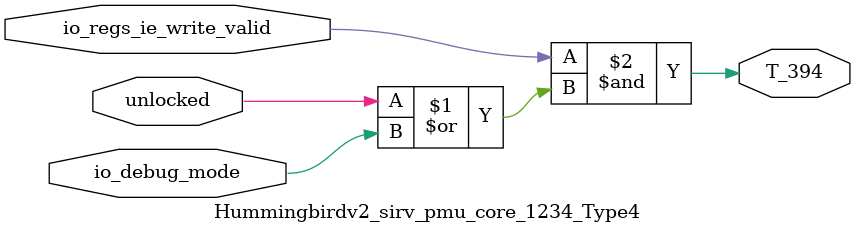
<source format=sv>




module Hummingbirdv2_sirv_pmu_core_1234_Type4 (
    input logic io_regs_ie_write_valid,
    input logic unlocked,
    input logic io_debug_mode,
    output logic T_394
);

// cwe-1234 Type 4 insertion
// Originally, T_394 is only written high
// if io_regs_ie_write_valid is set high, and the unlocked
// signal is also set high. I have inserted a io_debug_mode signal
// into the top of the module as a input, and now using an or, 
// T_394 can be driven high without the unlocked signal being high.
assign T_394 = io_regs_ie_write_valid & (unlocked | io_debug_mode);

endmodule

</source>
